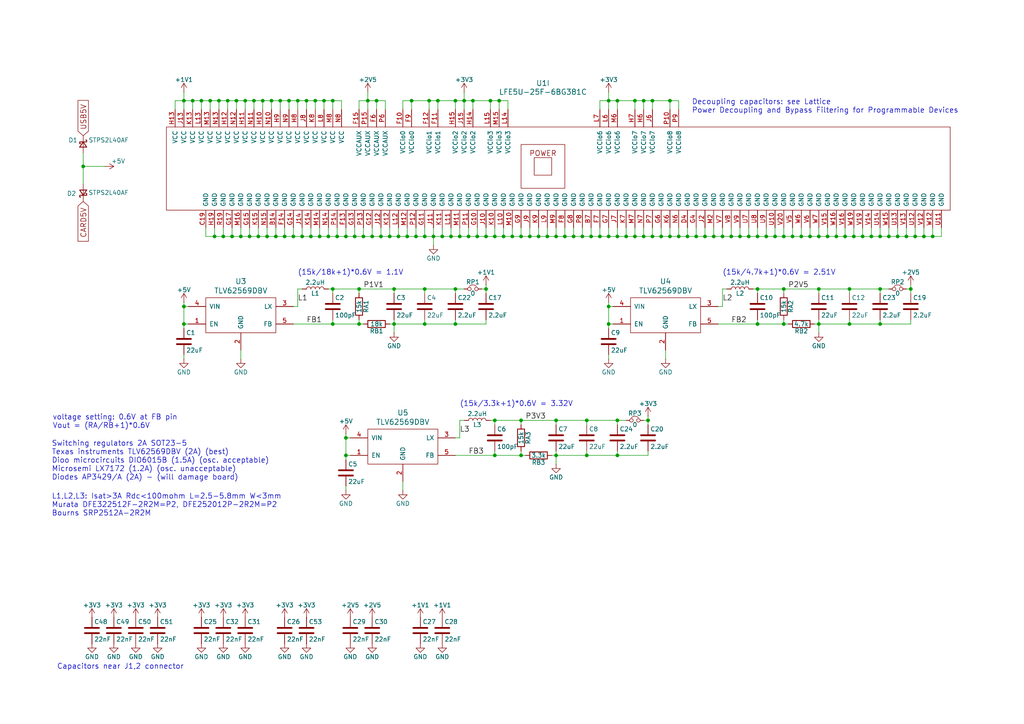
<source format=kicad_sch>
(kicad_sch (version 20250114) (generator "eeschema") (generator_version "9.0")
  (paper "A4")
  (title_block (title "Power Supply - 5V Input, 1.1V/2.5V/3.3V Rails") (date "2025-11-30") (rev "1.0.0") (comment 1 "filtering.") (comment 2 "(I/O). Decoupling capacitors for all FPGA power pins. Ferrite beads on each rail for noise") (comment 3 "Three TLV62569 buck converters generating 1.1V (FPGA core), 2.5V (FPGA aux), and 3.3V") (comment 4 "Power Dual 5V input (USB and Apple II card slot) through Schottky diode OR. "))
  (text "Switching regulators 2A SOT23-5\nTexas instruments TLV62569DBV (2A) (best)\nDioo microcircuits DIO6015B (1.5A) (osc. acceptable)\nMicrosemi LX7172 (1.2A) (osc. unacceptable)\nDiodes AP3429/A (2A) - (will damage board)\n" (at 14.986 139.446 0) (effects (font (size 1.524 1.524)) (justify left bottom)))
  (text "(15k/18k+1)*0.6V = 1.1V\n" (at 86.36 80.01 0) (effects (font (size 1.524 1.524)) (justify left bottom)))
  (text "L1,L2,L3: Isat>3A Rdc<100mohm L=2.5-5.8mm W<3mm\nMurata DFE322512F-2R2M=P2, DFE252012P-2R2M=P2\nBourns SRP2512A-2R2M" (at 14.986 149.86 0) (effects (font (size 1.524 1.524)) (justify left bottom)))
  (text "(15k/4.7k+1)*0.6V = 2.51V\n" (at 209.55 80.01 0) (effects (font (size 1.524 1.524)) (justify left bottom)))
  (text "(15k/3.3k+1)*0.6V = 3.32V\n" (at 133.35 118.11 0) (effects (font (size 1.524 1.524)) (justify left bottom)))
  (text "Capacitors near J1,2 connector" (at 16.51 194.31 0) (effects (font (size 1.524 1.524)) (justify left bottom)))
  (text "Decoupling capacitors: see Lattice\nPower Decoupling and Bypass Filtering for Programmable Devices" (at 200.66 33.02 0) (effects (font (size 1.524 1.524)) (justify left bottom)))
  (text "voltage setting: 0.6V at FB pin\nVout = (RA/RB+1)*0.6V\n" (at 15.24 124.46 0) (effects (font (size 1.524 1.524)) (justify left bottom)))
  (junction (at 24.13 48.26))
  (junction (at 62.23 68.58))
  (junction (at 176.53 93.98))
  (junction (at 96.52 29.21))
  (junction (at 123.19 68.58))
  (junction (at 82.55 68.58))
  (junction (at 245.11 68.58))
  (junction (at 143.51 132.08))
  (junction (at 163.83 68.58))
  (junction (at 219.71 83.82))
  (junction (at 125.73 68.58))
  (junction (at 93.98 29.21))
  (junction (at 151.13 132.08))
  (junction (at 143.51 121.92))
  (junction (at 176.53 68.58))
  (junction (at 138.43 68.58))
  (junction (at 270.51 68.58))
  (junction (at 214.63 68.58))
  (junction (at 105.41 68.58))
  (junction (at 242.57 68.58))
  (junction (at 143.51 68.58))
  (junction (at 140.97 83.82))
  (junction (at 161.29 68.58))
  (junction (at 184.15 29.21))
  (junction (at 132.08 29.21))
  (junction (at 186.69 68.58))
  (junction (at 257.81 68.58))
  (junction (at 142.24 29.21))
  (junction (at 120.65 68.58))
  (junction (at 191.77 68.58))
  (junction (at 100.33 68.58))
  (junction (at 186.69 29.21))
  (junction (at 107.95 68.58))
  (junction (at 176.53 88.9))
  (junction (at 114.3 83.82))
  (junction (at 161.29 132.08))
  (junction (at 104.14 93.98))
  (junction (at 88.9 29.21))
  (junction (at 113.03 68.58))
  (junction (at 262.89 68.58))
  (junction (at 255.27 93.98))
  (junction (at 237.49 83.82))
  (junction (at 132.08 83.82))
  (junction (at 53.34 93.98))
  (junction (at 219.71 68.58))
  (junction (at 179.07 132.08))
  (junction (at 81.28 29.21))
  (junction (at 179.07 121.92))
  (junction (at 148.59 68.58))
  (junction (at 217.17 68.58))
  (junction (at 123.19 83.82))
  (junction (at 161.29 121.92))
  (junction (at 247.65 68.58))
  (junction (at 196.85 68.58))
  (junction (at 134.62 29.21))
  (junction (at 151.13 68.58))
  (junction (at 110.49 68.58))
  (junction (at 64.77 68.58))
  (junction (at 83.82 29.21))
  (junction (at 156.21 68.58))
  (junction (at 255.27 68.58))
  (junction (at 96.52 93.98))
  (junction (at 199.39 68.58))
  (junction (at 176.53 29.21))
  (junction (at 194.31 68.58))
  (junction (at 68.58 29.21))
  (junction (at 207.01 68.58))
  (junction (at 194.31 29.21))
  (junction (at 114.3 93.98))
  (junction (at 153.67 68.58))
  (junction (at 168.91 68.58))
  (junction (at 124.46 29.21))
  (junction (at 170.18 132.08))
  (junction (at 66.04 29.21))
  (junction (at 60.96 29.21))
  (junction (at 73.66 29.21))
  (junction (at 128.27 68.58))
  (junction (at 77.47 68.58))
  (junction (at 80.01 68.58))
  (junction (at 173.99 68.58))
  (junction (at 95.25 68.58))
  (junction (at 187.96 121.92))
  (junction (at 91.44 29.21))
  (junction (at 69.85 68.58))
  (junction (at 119.38 29.21))
  (junction (at 237.49 93.98))
  (junction (at 181.61 68.58))
  (junction (at 227.33 68.58))
  (junction (at 53.34 88.9))
  (junction (at 179.07 68.58))
  (junction (at 227.33 83.82))
  (junction (at 109.22 29.21))
  (junction (at 74.93 68.58))
  (junction (at 106.68 29.21))
  (junction (at 137.16 29.21))
  (junction (at 118.11 68.58))
  (junction (at 264.16 83.82))
  (junction (at 219.71 93.98))
  (junction (at 132.08 93.98))
  (junction (at 130.81 68.58))
  (junction (at 127 29.21))
  (junction (at 229.87 68.58))
  (junction (at 170.18 121.92))
  (junction (at 171.45 68.58))
  (junction (at 227.33 93.98))
  (junction (at 135.89 68.58))
  (junction (at 237.49 68.58))
  (junction (at 234.95 68.58))
  (junction (at 97.79 68.58))
  (junction (at 115.57 68.58))
  (junction (at 224.79 68.58))
  (junction (at 78.74 29.21))
  (junction (at 55.88 29.21))
  (junction (at 140.97 68.58))
  (junction (at 53.34 29.21))
  (junction (at 100.33 127))
  (junction (at 240.03 68.58))
  (junction (at 232.41 68.58))
  (junction (at 144.78 29.21))
  (junction (at 72.39 68.58))
  (junction (at 100.33 132.08))
  (junction (at 166.37 68.58))
  (junction (at 96.52 83.82))
  (junction (at 246.38 93.98))
  (junction (at 212.09 68.58))
  (junction (at 252.73 68.58))
  (junction (at 87.63 68.58))
  (junction (at 201.93 68.58))
  (junction (at 255.27 83.82))
  (junction (at 58.42 29.21))
  (junction (at 267.97 68.58))
  (junction (at 102.87 68.58))
  (junction (at 133.35 68.58))
  (junction (at 184.15 68.58))
  (junction (at 63.5 29.21))
  (junction (at 86.36 29.21))
  (junction (at 158.75 68.58))
  (junction (at 265.43 68.58))
  (junction (at 123.19 93.98))
  (junction (at 76.2 29.21))
  (junction (at 146.05 68.58))
  (junction (at 222.25 68.58))
  (junction (at 85.09 68.58))
  (junction (at 151.13 121.92))
  (junction (at 67.31 68.58))
  (junction (at 92.71 68.58))
  (junction (at 209.55 68.58))
  (junction (at 189.23 29.21))
  (junction (at 90.17 68.58))
  (junction (at 189.23 68.58))
  (junction (at 250.19 68.58))
  (junction (at 260.35 68.58))
  (junction (at 104.14 83.82))
  (junction (at 71.12 29.21))
  (junction (at 204.47 68.58))
  (junction (at 246.38 83.82))
  (junction (at 179.07 29.21))
  (wire (pts (xy 55.88 29.21) (xy 58.42 29.21)))
  (wire (pts (xy 201.93 66.04) (xy 201.93 68.58)))
  (wire (pts (xy 227.33 83.82) (xy 237.49 83.82)))
  (wire (pts (xy 86.36 29.21) (xy 88.9 29.21)))
  (wire (pts (xy 151.13 132.08) (xy 151.13 130.81)))
  (wire (pts (xy 93.98 29.21) (xy 96.52 29.21)))
  (wire (pts (xy 109.22 29.21) (xy 111.76 29.21)))
  (wire (pts (xy 107.95 66.04) (xy 107.95 68.58)))
  (wire (pts (xy 72.39 66.04) (xy 72.39 68.58)))
  (wire (pts (xy 194.31 29.21) (xy 194.31 31.75)))
  (wire (pts (xy 189.23 29.21) (xy 189.23 31.75)))
  (wire (pts (xy 86.36 83.82) (xy 87.63 83.82)))
  (wire (pts (xy 273.05 68.58) (xy 273.05 66.04)))
  (wire (pts (xy 93.98 29.21) (xy 93.98 31.75)))
  (wire (pts (xy 76.2 29.21) (xy 78.74 29.21)))
  (wire (pts (xy 181.61 66.04) (xy 181.61 68.58)))
  (wire (pts (xy 59.69 68.58) (xy 62.23 68.58)))
  (wire (pts (xy 151.13 66.04) (xy 151.13 68.58)))
  (wire (pts (xy 161.29 130.81) (xy 161.29 132.08)))
  (wire (pts (xy 237.49 93.98) (xy 237.49 96.52)))
  (wire (pts (xy 209.55 88.9) (xy 208.28 88.9)))
  (wire (pts (xy 224.79 66.04) (xy 224.79 68.58)))
  (wire (pts (xy 63.5 29.21) (xy 63.5 31.75)))
  (wire (pts (xy 246.38 93.98) (xy 255.27 93.98)))
  (wire (pts (xy 104.14 93.98) (xy 104.14 92.71)))
  (wire (pts (xy 227.33 66.04) (xy 227.33 68.58)))
  (wire (pts (xy 100.33 127) (xy 100.33 132.08)))
  (wire (pts (xy 255.27 83.82) (xy 255.27 85.09)))
  (wire (pts (xy 143.51 68.58) (xy 146.05 68.58)))
  (wire (pts (xy 234.95 68.58) (xy 237.49 68.58)))
  (wire (pts (xy 132.08 93.98) (xy 140.97 93.98)))
  (wire (pts (xy 171.45 66.04) (xy 171.45 68.58)))
  (wire (pts (xy 237.49 66.04) (xy 237.49 68.58)))
  (wire (pts (xy 144.78 29.21) (xy 144.78 31.75)))
  (wire (pts (xy 81.28 29.21) (xy 83.82 29.21)))
  (wire (pts (xy 255.27 66.04) (xy 255.27 68.58)))
  (wire (pts (xy 163.83 68.58) (xy 166.37 68.58)))
  (wire (pts (xy 95.25 66.04) (xy 95.25 68.58)))
  (wire (pts (xy 76.2 29.21) (xy 76.2 31.75)))
  (wire (pts (xy 262.89 83.82) (xy 264.16 83.82)))
  (wire (pts (xy 189.23 66.04) (xy 189.23 68.58)))
  (wire (pts (xy 176.53 88.9) (xy 177.8 88.9)))
  (wire (pts (xy 156.21 66.04) (xy 156.21 68.58)))
  (wire (pts (xy 95.25 68.58) (xy 97.79 68.58)))
  (wire (pts (xy 99.06 29.21) (xy 99.06 31.75)))
  (wire (pts (xy 257.81 68.58) (xy 260.35 68.58)))
  (wire (pts (xy 60.96 29.21) (xy 63.5 29.21)))
  (wire (pts (xy 128.27 66.04) (xy 128.27 68.58)))
  (wire (pts (xy 224.79 68.58) (xy 227.33 68.58)))
  (wire (pts (xy 63.5 29.21) (xy 66.04 29.21)))
  (wire (pts (xy 257.81 66.04) (xy 257.81 68.58)))
  (wire (pts (xy 161.29 121.92) (xy 161.29 123.19)))
  (wire (pts (xy 134.62 26.67) (xy 134.62 29.21)))
  (wire (pts (xy 236.22 93.98) (xy 237.49 93.98)))
  (wire (pts (xy 53.34 102.87) (xy 53.34 104.14)))
  (wire (pts (xy 227.33 93.98) (xy 228.6 93.98)))
  (wire (pts (xy 118.11 66.04) (xy 118.11 68.58)))
  (wire (pts (xy 209.55 83.82) (xy 210.82 83.82)))
  (wire (pts (xy 73.66 29.21) (xy 76.2 29.21)))
  (wire (pts (xy 138.43 66.04) (xy 138.43 68.58)))
  (wire (pts (xy 201.93 68.58) (xy 204.47 68.58)))
  (wire (pts (xy 78.74 29.21) (xy 81.28 29.21)))
  (wire (pts (xy 72.39 68.58) (xy 74.93 68.58)))
  (wire (pts (xy 86.36 29.21) (xy 86.36 31.75)))
  (wire (pts (xy 97.79 66.04) (xy 97.79 68.58)))
  (wire (pts (xy 194.31 66.04) (xy 194.31 68.58)))
  (wire (pts (xy 237.49 83.82) (xy 237.49 85.09)))
  (wire (pts (xy 81.28 29.21) (xy 81.28 31.75)))
  (wire (pts (xy 127 29.21) (xy 127 31.75)))
  (wire (pts (xy 104.14 83.82) (xy 104.14 85.09)))
  (wire (pts (xy 143.51 130.81) (xy 143.51 132.08)))
  (wire (pts (xy 102.87 68.58) (xy 105.41 68.58)))
  (wire (pts (xy 120.65 66.04) (xy 120.65 68.58)))
  (wire (pts (xy 132.08 83.82) (xy 134.62 83.82)))
  (wire (pts (xy 91.44 29.21) (xy 93.98 29.21)))
  (wire (pts (xy 173.99 66.04) (xy 173.99 68.58)))
  (wire (pts (xy 80.01 68.58) (xy 82.55 68.58)))
  (wire (pts (xy 134.62 29.21) (xy 137.16 29.21)))
  (wire (pts (xy 151.13 68.58) (xy 153.67 68.58)))
  (wire (pts (xy 196.85 29.21) (xy 196.85 31.75)))
  (wire (pts (xy 143.51 66.04) (xy 143.51 68.58)))
  (wire (pts (xy 119.38 29.21) (xy 124.46 29.21)))
  (wire (pts (xy 95.25 83.82) (xy 96.52 83.82)))
  (wire (pts (xy 151.13 132.08) (xy 152.4 132.08)))
  (wire (pts (xy 219.71 85.09) (xy 219.71 83.82)))
  (wire (pts (xy 173.99 29.21) (xy 176.53 29.21)))
  (wire (pts (xy 96.52 93.98) (xy 104.14 93.98)))
  (wire (pts (xy 179.07 66.04) (xy 179.07 68.58)))
  (wire (pts (xy 208.28 93.98) (xy 219.71 93.98)))
  (wire (pts (xy 142.24 29.21) (xy 144.78 29.21)))
  (wire (pts (xy 124.46 29.21) (xy 127 29.21)))
  (wire (pts (xy 132.08 29.21) (xy 132.08 31.75)))
  (wire (pts (xy 219.71 66.04) (xy 219.71 68.58)))
  (wire (pts (xy 115.57 66.04) (xy 115.57 68.58)))
  (wire (pts (xy 153.67 68.58) (xy 156.21 68.58)))
  (wire (pts (xy 170.18 121.92) (xy 170.18 123.19)))
  (wire (pts (xy 53.34 29.21) (xy 53.34 31.75)))
  (wire (pts (xy 219.71 68.58) (xy 222.25 68.58)))
  (wire (pts (xy 106.68 29.21) (xy 109.22 29.21)))
  (wire (pts (xy 218.44 83.82) (xy 219.71 83.82)))
  (wire (pts (xy 113.03 66.04) (xy 113.03 68.58)))
  (wire (pts (xy 237.49 92.71) (xy 237.49 93.98)))
  (wire (pts (xy 173.99 29.21) (xy 173.99 31.75)))
  (wire (pts (xy 186.69 121.92) (xy 187.96 121.92)))
  (wire (pts (xy 24.13 48.26) (xy 24.13 53.34)))
  (wire (pts (xy 151.13 121.92) (xy 161.29 121.92)))
  (wire (pts (xy 50.8 29.21) (xy 50.8 31.75)))
  (wire (pts (xy 64.77 68.58) (xy 67.31 68.58)))
  (wire (pts (xy 168.91 68.58) (xy 171.45 68.58)))
  (wire (pts (xy 87.63 66.04) (xy 87.63 68.58)))
  (wire (pts (xy 137.16 29.21) (xy 142.24 29.21)))
  (wire (pts (xy 71.12 29.21) (xy 71.12 31.75)))
  (wire (pts (xy 179.07 132.08) (xy 187.96 132.08)))
  (wire (pts (xy 77.47 68.58) (xy 80.01 68.58)))
  (wire (pts (xy 161.29 66.04) (xy 161.29 68.58)))
  (wire (pts (xy 207.01 66.04) (xy 207.01 68.58)))
  (wire (pts (xy 240.03 68.58) (xy 242.57 68.58)))
  (wire (pts (xy 264.16 93.98) (xy 264.16 92.71)))
  (wire (pts (xy 227.33 83.82) (xy 227.33 85.09)))
  (wire (pts (xy 179.07 68.58) (xy 181.61 68.58)))
  (wire (pts (xy 186.69 66.04) (xy 186.69 68.58)))
  (wire (pts (xy 105.41 68.58) (xy 107.95 68.58)))
  (wire (pts (xy 242.57 66.04) (xy 242.57 68.58)))
  (wire (pts (xy 104.14 93.98) (xy 105.41 93.98)))
  (wire (pts (xy 194.31 29.21) (xy 196.85 29.21)))
  (wire (pts (xy 83.82 29.21) (xy 86.36 29.21)))
  (wire (pts (xy 232.41 68.58) (xy 234.95 68.58)))
  (wire (pts (xy 264.16 83.82) (xy 264.16 85.09)))
  (wire (pts (xy 96.52 29.21) (xy 99.06 29.21)))
  (wire (pts (xy 104.14 31.75) (xy 104.14 29.21)))
  (wire (pts (xy 161.29 132.08) (xy 161.29 134.62)))
  (wire (pts (xy 229.87 66.04) (xy 229.87 68.58)))
  (wire (pts (xy 132.08 132.08) (xy 143.51 132.08)))
  (wire (pts (xy 222.25 68.58) (xy 224.79 68.58)))
  (wire (pts (xy 53.34 26.67) (xy 53.34 29.21)))
  (wire (pts (xy 123.19 93.98) (xy 132.08 93.98)))
  (wire (pts (xy 209.55 68.58) (xy 212.09 68.58)))
  (wire (pts (xy 115.57 68.58) (xy 118.11 68.58)))
  (wire (pts (xy 123.19 83.82) (xy 123.19 85.09)))
  (wire (pts (xy 58.42 29.21) (xy 58.42 31.75)))
  (wire (pts (xy 196.85 66.04) (xy 196.85 68.58)))
  (wire (pts (xy 161.29 121.92) (xy 170.18 121.92)))
  (wire (pts (xy 267.97 66.04) (xy 267.97 68.58)))
  (wire (pts (xy 143.51 123.19) (xy 143.51 121.92)))
  (wire (pts (xy 53.34 87.63) (xy 53.34 88.9)))
  (wire (pts (xy 234.95 66.04) (xy 234.95 68.58)))
  (wire (pts (xy 187.96 121.92) (xy 187.96 123.19)))
  (wire (pts (xy 100.33 140.97) (xy 100.33 142.24)))
  (wire (pts (xy 119.38 29.21) (xy 119.38 31.75)))
  (wire (pts (xy 100.33 132.08) (xy 101.6 132.08)))
  (wire (pts (xy 204.47 66.04) (xy 204.47 68.58)))
  (wire (pts (xy 114.3 92.71) (xy 114.3 93.98)))
  (wire (pts (xy 104.14 83.82) (xy 114.3 83.82)))
  (wire (pts (xy 176.53 66.04) (xy 176.53 68.58)))
  (wire (pts (xy 207.01 68.58) (xy 209.55 68.58)))
  (wire (pts (xy 212.09 66.04) (xy 212.09 68.58)))
  (wire (pts (xy 113.03 93.98) (xy 114.3 93.98)))
  (wire (pts (xy 214.63 68.58) (xy 217.17 68.58)))
  (wire (pts (xy 110.49 66.04) (xy 110.49 68.58)))
  (wire (pts (xy 240.03 66.04) (xy 240.03 68.58)))
  (wire (pts (xy 85.09 66.04) (xy 85.09 68.58)))
  (wire (pts (xy 116.84 29.21) (xy 116.84 31.75)))
  (wire (pts (xy 80.01 66.04) (xy 80.01 68.58)))
  (wire (pts (xy 187.96 120.65) (xy 187.96 121.92)))
  (wire (pts (xy 176.53 68.58) (xy 179.07 68.58)))
  (wire (pts (xy 125.73 66.04) (xy 125.73 68.58)))
  (wire (pts (xy 123.19 66.04) (xy 123.19 68.58)))
  (wire (pts (xy 173.99 68.58) (xy 176.53 68.58)))
  (wire (pts (xy 170.18 132.08) (xy 170.18 130.81)))
  (wire (pts (xy 97.79 68.58) (xy 100.33 68.58)))
  (wire (pts (xy 252.73 68.58) (xy 255.27 68.58)))
  (wire (pts (xy 114.3 93.98) (xy 123.19 93.98)))
  (wire (pts (xy 67.31 68.58) (xy 69.85 68.58)))
  (wire (pts (xy 62.23 66.04) (xy 62.23 68.58)))
  (wire (pts (xy 128.27 68.58) (xy 130.81 68.58)))
  (wire (pts (xy 85.09 68.58) (xy 87.63 68.58)))
  (wire (pts (xy 120.65 68.58) (xy 123.19 68.58)))
  (wire (pts (xy 186.69 29.21) (xy 186.69 31.75)))
  (wire (pts (xy 110.49 68.58) (xy 113.03 68.58)))
  (wire (pts (xy 82.55 68.58) (xy 85.09 68.58)))
  (wire (pts (xy 179.07 29.21) (xy 184.15 29.21)))
  (wire (pts (xy 92.71 68.58) (xy 95.25 68.58)))
  (wire (pts (xy 64.77 66.04) (xy 64.77 68.58)))
  (wire (pts (xy 267.97 68.58) (xy 270.51 68.58)))
  (wire (pts (xy 132.08 29.21) (xy 134.62 29.21)))
  (wire (pts (xy 171.45 68.58) (xy 173.99 68.58)))
  (wire (pts (xy 250.19 68.58) (xy 252.73 68.58)))
  (wire (pts (xy 222.25 66.04) (xy 222.25 68.58)))
  (wire (pts (xy 176.53 29.21) (xy 179.07 29.21)))
  (wire (pts (xy 237.49 68.58) (xy 240.03 68.58)))
  (wire (pts (xy 187.96 132.08) (xy 187.96 130.81)))
  (wire (pts (xy 219.71 83.82) (xy 227.33 83.82)))
  (wire (pts (xy 87.63 68.58) (xy 90.17 68.58)))
  (wire (pts (xy 106.68 29.21) (xy 106.68 31.75)))
  (wire (pts (xy 132.08 83.82) (xy 132.08 85.09)))
  (wire (pts (xy 176.53 93.98) (xy 177.8 93.98)))
  (wire (pts (xy 168.91 66.04) (xy 168.91 68.58)))
  (wire (pts (xy 229.87 68.58) (xy 232.41 68.58)))
  (wire (pts (xy 260.35 68.58) (xy 262.89 68.58)))
  (wire (pts (xy 184.15 29.21) (xy 184.15 31.75)))
  (wire (pts (xy 100.33 132.08) (xy 100.33 133.35)))
  (wire (pts (xy 123.19 93.98) (xy 123.19 92.71)))
  (wire (pts (xy 246.38 83.82) (xy 255.27 83.82)))
  (wire (pts (xy 179.07 121.92) (xy 181.61 121.92)))
  (wire (pts (xy 96.52 29.21) (xy 96.52 31.75)))
  (wire (pts (xy 219.71 93.98) (xy 227.33 93.98)))
  (wire (pts (xy 66.04 29.21) (xy 66.04 31.75)))
  (wire (pts (xy 270.51 66.04) (xy 270.51 68.58)))
  (wire (pts (xy 53.34 29.21) (xy 55.88 29.21)))
  (wire (pts (xy 107.95 68.58) (xy 110.49 68.58)))
  (wire (pts (xy 90.17 68.58) (xy 92.71 68.58)))
  (wire (pts (xy 68.58 29.21) (xy 68.58 31.75)))
  (wire (pts (xy 194.31 68.58) (xy 196.85 68.58)))
  (wire (pts (xy 217.17 68.58) (xy 219.71 68.58)))
  (wire (pts (xy 133.35 127) (xy 132.08 127)))
  (wire (pts (xy 125.73 68.58) (xy 125.73 71.12)))
  (wire (pts (xy 147.32 29.21) (xy 147.32 31.75)))
  (wire (pts (xy 58.42 29.21) (xy 60.96 29.21)))
  (wire (pts (xy 179.07 132.08) (xy 179.07 130.81)))
  (wire (pts (xy 189.23 68.58) (xy 191.77 68.58)))
  (wire (pts (xy 242.57 68.58) (xy 245.11 68.58)))
  (wire (pts (xy 134.62 29.21) (xy 134.62 31.75)))
  (wire (pts (xy 227.33 93.98) (xy 227.33 92.71)))
  (wire (pts (xy 114.3 83.82) (xy 114.3 85.09)))
  (wire (pts (xy 127 29.21) (xy 132.08 29.21)))
  (wire (pts (xy 265.43 68.58) (xy 267.97 68.58)))
  (wire (pts (xy 246.38 83.82) (xy 246.38 85.09)))
  (wire (pts (xy 247.65 68.58) (xy 250.19 68.58)))
  (wire (pts (xy 153.67 66.04) (xy 153.67 68.58)))
  (wire (pts (xy 270.51 68.58) (xy 273.05 68.58)))
  (wire (pts (xy 262.89 68.58) (xy 265.43 68.58)))
  (wire (pts (xy 151.13 121.92) (xy 151.13 123.19)))
  (wire (pts (xy 143.51 121.92) (xy 151.13 121.92)))
  (wire (pts (xy 140.97 66.04) (xy 140.97 68.58)))
  (wire (pts (xy 24.13 44.45) (xy 24.13 48.26)))
  (wire (pts (xy 186.69 68.58) (xy 189.23 68.58)))
  (wire (pts (xy 55.88 29.21) (xy 55.88 31.75)))
  (wire (pts (xy 146.05 66.04) (xy 146.05 68.58)))
  (wire (pts (xy 245.11 68.58) (xy 247.65 68.58)))
  (wire (pts (xy 60.96 29.21) (xy 60.96 31.75)))
  (wire (pts (xy 85.09 93.98) (xy 96.52 93.98)))
  (wire (pts (xy 88.9 29.21) (xy 88.9 31.75)))
  (wire (pts (xy 69.85 101.6) (xy 69.85 104.14)))
  (wire (pts (xy 111.76 29.21) (xy 111.76 31.75)))
  (wire (pts (xy 86.36 83.82) (xy 86.36 88.9)))
  (wire (pts (xy 69.85 68.58) (xy 72.39 68.58)))
  (wire (pts (xy 260.35 66.04) (xy 260.35 68.58)))
  (wire (pts (xy 59.69 66.04) (xy 59.69 68.58)))
  (wire (pts (xy 148.59 66.04) (xy 148.59 68.58)))
  (wire (pts (xy 137.16 29.21) (xy 137.16 31.75)))
  (wire (pts (xy 114.3 83.82) (xy 123.19 83.82)))
  (wire (pts (xy 262.89 66.04) (xy 262.89 68.58)))
  (wire (pts (xy 123.19 83.82) (xy 132.08 83.82)))
  (wire (pts (xy 176.53 87.63) (xy 176.53 88.9)))
  (wire (pts (xy 143.51 132.08) (xy 151.13 132.08)))
  (wire (pts (xy 109.22 29.21) (xy 109.22 31.75)))
  (wire (pts (xy 116.84 29.21) (xy 119.38 29.21)))
  (wire (pts (xy 184.15 68.58) (xy 186.69 68.58)))
  (wire (pts (xy 91.44 29.21) (xy 91.44 31.75)))
  (wire (pts (xy 140.97 93.98) (xy 140.97 92.71)))
  (wire (pts (xy 265.43 66.04) (xy 265.43 68.58)))
  (wire (pts (xy 100.33 125.73) (xy 100.33 127)))
  (wire (pts (xy 66.04 29.21) (xy 68.58 29.21)))
  (wire (pts (xy 138.43 68.58) (xy 140.97 68.58)))
  (wire (pts (xy 237.49 83.82) (xy 246.38 83.82)))
  (wire (pts (xy 135.89 66.04) (xy 135.89 68.58)))
  (wire (pts (xy 96.52 83.82) (xy 104.14 83.82)))
  (wire (pts (xy 100.33 127) (xy 101.6 127)))
  (wire (pts (xy 176.53 29.21) (xy 176.53 31.75)))
  (wire (pts (xy 255.27 93.98) (xy 255.27 92.71)))
  (wire (pts (xy 86.36 88.9) (xy 85.09 88.9)))
  (wire (pts (xy 156.21 68.58) (xy 158.75 68.58)))
  (wire (pts (xy 189.23 29.21) (xy 194.31 29.21)))
  (wire (pts (xy 255.27 83.82) (xy 257.81 83.82)))
  (wire (pts (xy 252.73 66.04) (xy 252.73 68.58)))
  (wire (pts (xy 53.34 88.9) (xy 53.34 93.98)))
  (wire (pts (xy 191.77 68.58) (xy 194.31 68.58)))
  (wire (pts (xy 184.15 66.04) (xy 184.15 68.58)))
  (wire (pts (xy 142.24 29.21) (xy 142.24 31.75)))
  (wire (pts (xy 130.81 68.58) (xy 133.35 68.58)))
  (wire (pts (xy 166.37 66.04) (xy 166.37 68.58)))
  (wire (pts (xy 176.53 102.87) (xy 176.53 104.14)))
  (wire (pts (xy 184.15 29.21) (xy 186.69 29.21)))
  (wire (pts (xy 83.82 29.21) (xy 83.82 31.75)))
  (wire (pts (xy 74.93 66.04) (xy 74.93 68.58)))
  (wire (pts (xy 255.27 93.98) (xy 264.16 93.98)))
  (wire (pts (xy 250.19 66.04) (xy 250.19 68.58)))
  (wire (pts (xy 179.07 29.21) (xy 179.07 31.75)))
  (wire (pts (xy 133.35 68.58) (xy 135.89 68.58)))
  (wire (pts (xy 199.39 66.04) (xy 199.39 68.58)))
  (wire (pts (xy 96.52 92.71) (xy 96.52 93.98)))
  (wire (pts (xy 158.75 68.58) (xy 161.29 68.58)))
  (wire (pts (xy 214.63 66.04) (xy 214.63 68.58)))
  (wire (pts (xy 96.52 85.09) (xy 96.52 83.82)))
  (wire (pts (xy 133.35 66.04) (xy 133.35 68.58)))
  (wire (pts (xy 53.34 93.98) (xy 54.61 93.98)))
  (wire (pts (xy 212.09 68.58) (xy 214.63 68.58)))
  (wire (pts (xy 69.85 66.04) (xy 69.85 68.58)))
  (wire (pts (xy 123.19 68.58) (xy 125.73 68.58)))
  (wire (pts (xy 140.97 68.58) (xy 143.51 68.58)))
  (wire (pts (xy 114.3 93.98) (xy 114.3 96.52)))
  (wire (pts (xy 227.33 68.58) (xy 229.87 68.58)))
  (wire (pts (xy 104.14 29.21) (xy 106.68 29.21)))
  (wire (pts (xy 199.39 68.58) (xy 201.93 68.58)))
  (wire (pts (xy 62.23 68.58) (xy 64.77 68.58)))
  (wire (pts (xy 100.33 66.04) (xy 100.33 68.58)))
  (wire (pts (xy 92.71 66.04) (xy 92.71 68.58)))
  (wire (pts (xy 161.29 68.58) (xy 163.83 68.58)))
  (wire (pts (xy 142.24 121.92) (xy 143.51 121.92)))
  (wire (pts (xy 193.04 101.6) (xy 193.04 104.14)))
  (wire (pts (xy 264.16 82.55) (xy 264.16 83.82)))
  (wire (pts (xy 246.38 93.98) (xy 246.38 92.71)))
  (wire (pts (xy 78.74 29.21) (xy 78.74 31.75)))
  (wire (pts (xy 148.59 68.58) (xy 151.13 68.58)))
  (wire (pts (xy 68.58 29.21) (xy 71.12 29.21)))
  (wire (pts (xy 144.78 29.21) (xy 147.32 29.21)))
  (wire (pts (xy 24.13 48.26) (xy 30.48 48.26)))
  (wire (pts (xy 74.93 68.58) (xy 77.47 68.58)))
  (wire (pts (xy 116.84 139.7) (xy 116.84 142.24)))
  (wire (pts (xy 82.55 66.04) (xy 82.55 68.58)))
  (wire (pts (xy 130.81 66.04) (xy 130.81 68.58)))
  (wire (pts (xy 217.17 66.04) (xy 217.17 68.58)))
  (wire (pts (xy 102.87 66.04) (xy 102.87 68.58)))
  (wire (pts (xy 105.41 66.04) (xy 105.41 68.58)))
  (wire (pts (xy 106.68 26.67) (xy 106.68 29.21)))
  (wire (pts (xy 163.83 66.04) (xy 163.83 68.58)))
  (wire (pts (xy 133.35 121.92) (xy 134.62 121.92)))
  (wire (pts (xy 170.18 132.08) (xy 179.07 132.08)))
  (wire (pts (xy 209.55 83.82) (xy 209.55 88.9)))
  (wire (pts (xy 176.53 93.98) (xy 176.53 95.25)))
  (wire (pts (xy 161.29 132.08) (xy 170.18 132.08)))
  (wire (pts (xy 245.11 66.04) (xy 245.11 68.58)))
  (wire (pts (xy 100.33 68.58) (xy 102.87 68.58)))
  (wire (pts (xy 88.9 29.21) (xy 91.44 29.21)))
  (wire (pts (xy 53.34 93.98) (xy 53.34 95.25)))
  (wire (pts (xy 247.65 66.04) (xy 247.65 68.58)))
  (wire (pts (xy 179.07 121.92) (xy 179.07 123.19)))
  (wire (pts (xy 209.55 66.04) (xy 209.55 68.58)))
  (wire (pts (xy 186.69 29.21) (xy 189.23 29.21)))
  (wire (pts (xy 139.7 83.82) (xy 140.97 83.82)))
  (wire (pts (xy 160.02 132.08) (xy 161.29 132.08)))
  (wire (pts (xy 71.12 29.21) (xy 73.66 29.21)))
  (wire (pts (xy 118.11 68.58) (xy 120.65 68.58)))
  (wire (pts (xy 132.08 93.98) (xy 132.08 92.71)))
  (wire (pts (xy 170.18 121.92) (xy 179.07 121.92)))
  (wire (pts (xy 196.85 68.58) (xy 199.39 68.58)))
  (wire (pts (xy 191.77 66.04) (xy 191.77 68.58)))
  (wire (pts (xy 158.75 66.04) (xy 158.75 68.58)))
  (wire (pts (xy 140.97 82.55) (xy 140.97 83.82)))
  (wire (pts (xy 219.71 92.71) (xy 219.71 93.98)))
  (wire (pts (xy 181.61 68.58) (xy 184.15 68.58)))
  (wire (pts (xy 204.47 68.58) (xy 207.01 68.58)))
  (wire (pts (xy 125.73 68.58) (xy 128.27 68.58)))
  (wire (pts (xy 77.47 66.04) (xy 77.47 68.58)))
  (wire (pts (xy 176.53 88.9) (xy 176.53 93.98)))
  (wire (pts (xy 232.41 66.04) (xy 232.41 68.58)))
  (wire (pts (xy 255.27 68.58) (xy 257.81 68.58)))
  (wire (pts (xy 146.05 68.58) (xy 148.59 68.58)))
  (wire (pts (xy 67.31 66.04) (xy 67.31 68.58)))
  (wire (pts (xy 50.8 29.21) (xy 53.34 29.21)))
  (wire (pts (xy 135.89 68.58) (xy 138.43 68.58)))
  (wire (pts (xy 113.03 68.58) (xy 115.57 68.58)))
  (wire (pts (xy 237.49 93.98) (xy 246.38 93.98)))
  (wire (pts (xy 140.97 83.82) (xy 140.97 85.09)))
  (wire (pts (xy 124.46 29.21) (xy 124.46 31.75)))
  (wire (pts (xy 133.35 121.92) (xy 133.35 127)))
  (wire (pts (xy 176.53 26.67) (xy 176.53 29.21)))
  (wire (pts (xy 73.66 29.21) (xy 73.66 31.75)))
  (wire (pts (xy 90.17 66.04) (xy 90.17 68.58)))
  (wire (pts (xy 166.37 68.58) (xy 168.91 68.58)))
  (wire (pts (xy 53.34 88.9) (xy 54.61 88.9)))
  (label "P2V5" (at 228.6 83.82 0) (effects (font (size 1.524 1.524))))
  (label "FB3" (at 135.89 132.08 0) (effects (font (size 1.524 1.524))))
  (label "P1V1" (at 105.41 83.82 0) (effects (font (size 1.524 1.524))))
  (label "L1" (at 86.36 87.63 0) (effects (font (size 1.524 1.524))))
  (label "FB1" (at 88.9 93.98 0) (effects (font (size 1.524 1.524))))
  (label "L2" (at 209.55 87.63 0) (effects (font (size 1.524 1.524))))
  (label "FB2" (at 212.09 93.98 0) (effects (font (size 1.524 1.524))))
  (label "L3" (at 133.35 125.73 0) (effects (font (size 1.524 1.524))))
  (label "P3V3" (at 152.4 121.92 0) (effects (font (size 1.524 1.524))))
  (global_label "CARD5V" (shape input) (at 24.13 58.42 270) (effects (font (size 1.524 1.524))) (property "Intersheetrefs" "${INTERSHEET_REFS}" (effects (hide yes))))
  (global_label "USB5V" (shape input) (at 24.13 39.37 90) (effects (font (size 1.524 1.524))) (property "Intersheetrefs" "${INTERSHEET_REFS}" (effects (hide yes))))
  (symbol (lib_id "power:GND") (at 125.73 71.12 0) (unit 1)
    (property "Reference" "#PWR045" (effects (hide yes)))
    (property "Value" "GND" (at 125.73 74.93 0))
  )
  (symbol (lib_id "power:GND") (at 69.85 104.14 0) (unit 1)
    (property "Reference" "#PWR072" (effects (hide yes)))
    (property "Value" "GND" (at 69.85 107.95 0))
  )
  (symbol (lib_id "power:+5V") (at 53.34 87.63 0) (unit 1)
    (property "Reference" "#PWR065" (effects (hide yes)))
    (property "Value" "+5V" (at 53.34 84.074 0))
  )
  (symbol (lib_id "power:GND") (at 53.34 104.14 0) (unit 1)
    (property "Reference" "#PWR066" (effects (hide yes)))
    (property "Value" "GND" (at 53.34 107.95 0))
  )
  (symbol (lib_id "Device:C") (at 53.34 99.06 0) (unit 1)
    (property "Reference" "C1" (at 53.975 96.52 0) (effects (justify left)))
    (property "Value" "22uF" (at 53.975 101.6 0) (effects (justify left)))
    (property "Footprint" "Capacitor_SMD:C_0805_2012Metric" (effects (hide yes)))
    (property "MPN" "CC0805ZKY5V5BB226 " (effects (hide yes)))
    (property "Mouser" "81-GRM21BR61A226ME1L" (effects (hide yes)))
    (property "Mouse_r2" "81-GRM21BR61A226ME1K" (effects (hide yes)))
    (property "Mouse_r3" "81-GRM219R61C226ME5L" (effects (hide yes)))
    (property "Mouse_r4" "81-GRM188C60J226ME0J" (effects (hide yes)))
    (property "Mouse_r5" "963-LMK212BBJ226MG-T" (effects (hide yes)))
    (property "Digikey" "1276-2413-1-ND" (effects (hide yes)))
    (property "Digike_y2" "1276-2412-1-ND" (effects (hide yes)))
    (property "Newark" "08P5169" (effects (hide yes)))
    (property "LCSC" "C29277" (effects (hide yes)))
    (property "Koncar" "FC004" (effects (hide yes)))
  )
  (symbol (lib_id "Device:C") (at 96.52 88.9 0) (unit 1)
    (property "Reference" "C2" (at 97.155 86.36 0) (effects (justify left)))
    (property "Value" "100pF" (at 97.155 91.44 0) (effects (justify left)))
    (property "Footprint" "Capacitor_SMD:C_0603_1608Metric" (effects (hide yes)))
    (property "MNF1_URL" "www.yageo.com" (effects (hide yes)))
    (property "MPN" "CS0603KRX7R9BB471" (effects (hide yes)))
    (property "Mouser" "581-06035A101JAT4A" (effects (hide yes)))
    (property "Mouse_r1" "710-885012206081" (effects (hide yes)))
    (property "Mouse_r2" "603-CS0603KRX79BB471" (effects (hide yes)))
    (property "Mouse_r3" "603-CC603JRNPO9BN101" (effects (hide yes)))
    (property "Mouse_r4" "603-CC603KRX7R9BB471 " (effects (hide yes)))
    (property "Digikey" "311-4078-1-ND" (effects (hide yes)))
    (property "Digike_y2" "399-9086-1-ND" (effects (hide yes)))
    (property "Newark" "38K9273" (effects (hide yes)))
    (property "LCSC" "C14665" (effects (hide yes)))
    (property "LCS_C2" "C22396" (effects (hide yes)))
    (property "Koncar" "FC006" (effects (hide yes)))
  )
  (symbol (lib_id "Device:R") (at 104.14 88.9 0) (unit 1)
    (property "Reference" "RA1" (at 106.172 88.9 90))
    (property "Value" "15k" (at 104.14 88.9 90))
    (property "Footprint" "Resistor_SMD:R_0603_1608Metric" (effects (hide yes)))
    (property "MNF1_URL" "www.yageo.com" (effects (hide yes)))
    (property "MPN" "RC0603FR-1015KL" (effects (hide yes)))
  )
  (symbol (lib_id "Device:R") (at 109.22 93.98 270) (unit 1)
    (property "Reference" "RB1" (at 109.22 96.012 90))
    (property "Value" "18k" (at 109.22 93.98 90))
    (property "Footprint" "Resistor_SMD:R_0603_1608Metric" (effects (hide yes)))
    (property "MNF1_URL" "www.yageo.com" (effects (hide yes)))
    (property "MPN" "RC0603FR-1018KL" (effects (hide yes)))
    (property "Mouser" "71-CRCW060318K0FKEAC" (effects (hide yes)))
    (property "Digikey" " 311-18.0KHRCT-ND" (effects (hide yes)))
    (property "Newark" "94X1474" (effects (hide yes)))
    (property "LCSC" "C425614" (effects (hide yes)))
    (property "Koncar" "FR006" (effects (hide yes)))
  )
  (symbol (lib_id "power:GND") (at 114.3 96.52 0) (unit 1)
    (property "Reference" "#PWR075" (effects (hide yes)))
    (property "Value" "GND" (at 114.3 100.33 0))
  )
  (symbol (lib_id "Device:C") (at 114.3 88.9 0) (unit 1)
    (property "Reference" "C3" (at 114.935 86.36 0) (effects (justify left)))
    (property "Value" "22uF" (at 114.935 91.44 0) (effects (justify left)))
    (property "Footprint" "Capacitor_SMD:C_0805_2012Metric" (effects (hide yes)))
  )
  (symbol (lib_id "Device:C") (at 123.19 88.9 0) (unit 1)
    (property "Reference" "C4" (at 123.825 86.36 0) (effects (justify left)))
    (property "Value" "22uF" (at 123.825 91.44 0) (effects (justify left)))
    (property "Footprint" "Capacitor_SMD:C_0805_2012Metric" (effects (hide yes)))
  )
  (symbol (lib_id "power:+3V3") (at 134.62 26.67 0) (unit 1)
    (property "Reference" "#PWR048" (effects (hide yes)))
    (property "Value" "+3V3" (at 134.62 23.114 0))
  )
  (symbol (lib_id "power:GND") (at 116.84 142.24 0) (unit 1)
    (property "Reference" "#PWR074" (effects (hide yes)))
    (property "Value" "GND" (at 116.84 146.05 0))
  )
  (symbol (lib_id "power:+5V") (at 100.33 125.73 0) (unit 1)
    (property "Reference" "#PWR069" (effects (hide yes)))
    (property "Value" "+5V" (at 100.33 122.174 0))
  )
  (symbol (lib_id "power:GND") (at 100.33 142.24 0) (unit 1)
    (property "Reference" "#PWR070" (effects (hide yes)))
    (property "Value" "GND" (at 100.33 146.05 0))
  )
  (symbol (lib_id "Device:C") (at 100.33 137.16 0) (unit 1)
    (property "Reference" "C5" (at 100.965 134.62 0) (effects (justify left)))
    (property "Value" "22uF" (at 100.965 139.7 0) (effects (justify left)))
    (property "Footprint" "Capacitor_SMD:C_0805_2012Metric" (effects (hide yes)))
    (property "MPN" "CC0805ZKY5V5BB226 " (effects (hide yes)))
  )
  (symbol (lib_id "Device:C") (at 143.51 127 0) (unit 1)
    (property "Reference" "C6" (at 144.145 124.46 0) (effects (justify left)))
    (property "Value" "100pF" (at 144.145 129.54 0) (effects (justify left)))
    (property "Footprint" "Capacitor_SMD:C_0603_1608Metric" (effects (hide yes)))
  )
  (symbol (lib_id "Device:R") (at 151.13 127 0) (unit 1)
    (property "Reference" "RA3" (at 153.162 127 90))
    (property "Value" "15k" (at 151.13 127 90))
    (property "Footprint" "Resistor_SMD:R_0603_1608Metric" (effects (hide yes)))
  )
  (symbol (lib_id "Device:R") (at 156.21 132.08 270) (unit 1)
    (property "Reference" "RB3" (at 156.21 134.112 90))
    (property "Value" "3.3k" (at 156.21 132.08 90))
    (property "Footprint" "Resistor_SMD:R_0603_1608Metric" (effects (hide yes)))
    (property "MNF1_URL" "www.yageo.com" (effects (hide yes)))
    (property "MPN" "RT0603FRE073K3L" (effects (hide yes)))
    (property "Mouser" "603-RC0603FR-073K3L" (effects (hide yes)))
    (property "Mouse_r2" "603-RC0603FR-103K3L" (effects (hide yes)))
    (property "Digikey" "YAG3605CT-ND" (effects (hide yes)))
    (property "Newark" "94X1577" (effects (hide yes)))
    (property "LCSC" "C425629" (effects (hide yes)))
    (property "Koncar" "FR009" (effects (hide yes)))
  )
  (symbol (lib_id "power:GND") (at 161.29 134.62 0) (unit 1)
    (property "Reference" "#PWR077" (effects (hide yes)))
    (property "Value" "GND" (at 161.29 138.43 0))
  )
  (symbol (lib_id "Device:C") (at 161.29 127 0) (unit 1)
    (property "Reference" "C7" (at 161.925 124.46 0) (effects (justify left)))
    (property "Value" "22uF" (at 161.925 129.54 0) (effects (justify left)))
    (property "Footprint" "Capacitor_SMD:C_0805_2012Metric" (effects (hide yes)))
  )
  (symbol (lib_id "Device:C") (at 170.18 127 0) (unit 1)
    (property "Reference" "C8" (at 170.815 124.46 0) (effects (justify left)))
    (property "Value" "22uF" (at 170.815 129.54 0) (effects (justify left)))
    (property "Footprint" "Capacitor_SMD:C_0805_2012Metric" (effects (hide yes)))
  )
  (symbol (lib_id "power:+3V3") (at 187.96 120.65 0) (unit 1)
    (property "Reference" "#PWR080" (effects (hide yes)))
    (property "Value" "+3V3" (at 187.96 117.094 0))
  )
  (symbol (lib_id "power:GND") (at 193.04 104.14 0) (unit 1)
    (property "Reference" "#PWR073" (effects (hide yes)))
    (property "Value" "GND" (at 193.04 107.95 0))
  )
  (symbol (lib_id "power:+5V") (at 176.53 87.63 0) (unit 1)
    (property "Reference" "#PWR067" (effects (hide yes)))
    (property "Value" "+5V" (at 176.53 84.074 0))
  )
  (symbol (lib_id "power:GND") (at 176.53 104.14 0) (unit 1)
    (property "Reference" "#PWR068" (effects (hide yes)))
    (property "Value" "GND" (at 176.53 107.95 0))
  )
  (symbol (lib_id "Device:C") (at 176.53 99.06 0) (unit 1)
    (property "Reference" "C9" (at 177.165 96.52 0) (effects (justify left)))
    (property "Value" "22uF" (at 177.165 101.6 0) (effects (justify left)))
    (property "Footprint" "Capacitor_SMD:C_0805_2012Metric" (effects (hide yes)))
    (property "MPN" "CC0805ZKY5V5BB226 " (effects (hide yes)))
  )
  (symbol (lib_id "Device:L") (at 214.63 83.82 90) (unit 1)
    (property "Reference" "L2" (at 214.63 85.09 90))
    (property "Value" "2.2uH" (at 214.63 81.915 90))
    (property "Footprint" "L_1008_1210:L_1008_1210" (effects (hide yes)))
    (property "Datasheet" "http://psearch.en.murata.com/inductor/product/DFE252012PD-2R2M%23.pdf" (effects (hide yes)))
  )
  (symbol (lib_id "Device:C") (at 219.71 88.9 0) (unit 1)
    (property "Reference" "C10" (at 220.345 86.36 0) (effects (justify left)))
    (property "Value" "100pF" (at 220.345 91.44 0) (effects (justify left)))
    (property "Footprint" "Capacitor_SMD:C_0603_1608Metric" (effects (hide yes)))
  )
  (symbol (lib_id "Device:R") (at 227.33 88.9 0) (unit 1)
    (property "Reference" "RA2" (at 229.362 88.9 90))
    (property "Value" "15k" (at 227.33 88.9 90))
    (property "Footprint" "Resistor_SMD:R_0603_1608Metric" (effects (hide yes)))
  )
  (symbol (lib_id "Device:R") (at 232.41 93.98 270) (unit 1)
    (property "Reference" "RB2" (at 232.41 96.012 90))
    (property "Value" "4.7k" (at 232.41 93.98 90))
    (property "Footprint" "Resistor_SMD:R_0603_1608Metric" (effects (hide yes)))
    (property "MPN" "AC0603FR-104K7L" (effects (hide yes)))
  )
  (symbol (lib_id "power:GND") (at 237.49 96.52 0) (unit 1)
    (property "Reference" "#PWR076" (effects (hide yes)))
    (property "Value" "GND" (at 237.49 100.33 0))
  )
  (symbol (lib_id "Device:C") (at 237.49 88.9 0) (unit 1)
    (property "Reference" "C11" (at 238.125 86.36 0) (effects (justify left)))
    (property "Value" "22uF" (at 238.125 91.44 0) (effects (justify left)))
    (property "Footprint" "Capacitor_SMD:C_0805_2012Metric" (effects (hide yes)))
  )
  (symbol (lib_id "Device:C") (at 246.38 88.9 0) (unit 1)
    (property "Reference" "C12" (at 247.015 86.36 0) (effects (justify left)))
    (property "Value" "22uF" (at 247.015 91.44 0) (effects (justify left)))
    (property "Footprint" "Capacitor_SMD:C_0805_2012Metric" (effects (hide yes)))
  )
  (symbol (lib_id "power:+2V5") (at 264.16 82.55 0) (unit 1)
    (property "Reference" "#PWR079" (effects (hide yes)))
    (property "Value" "+2V5" (at 264.16 78.994 0))
  )
  (symbol (lib_id "power:+2V5") (at 106.68 26.67 0) (unit 1)
    (property "Reference" "#PWR040" (effects (hide yes)))
    (property "Value" "+2V5" (at 106.68 23.114 0))
  )
  (symbol (lib_id "power:+3V3") (at 176.53 26.67 0) (unit 1)
    (property "Reference" "#PWR064" (effects (hide yes)))
    (property "Value" "+3V3" (at 176.53 23.114 0))
  )
  (symbol (lib_id "Device:C") (at 140.97 88.9 0) (unit 1)
    (property "Reference" "C17" (at 141.605 86.36 0) (effects (justify left)))
    (property "Value" "2.2uF" (at 141.605 91.44 0) (effects (justify left)))
    (property "Footprint" "Capacitor_SMD:C_0805_2012Metric" (effects (hide yes)))
  )
  (symbol (lib_id "Device:C") (at 264.16 88.9 0) (unit 1)
    (property "Reference" "C19" (at 264.795 86.36 0) (effects (justify left)))
    (property "Value" "2.2uF" (at 264.795 91.44 0) (effects (justify left)))
    (property "Footprint" "Capacitor_SMD:C_0805_2012Metric" (effects (hide yes)))
  )
  (symbol (lib_id "Device:C") (at 187.96 127 0) (unit 1)
    (property "Reference" "C20" (at 188.595 124.46 0) (effects (justify left)))
    (property "Value" "2.2uF" (at 188.595 129.54 0) (effects (justify left)))
    (property "Footprint" "Capacitor_SMD:C_0805_2012Metric" (effects (hide yes)))
  )
  (symbol (lib_id "Device:C") (at 132.08 88.9 0) (unit 1)
    (property "Reference" "C22" (at 132.715 86.36 0) (effects (justify left)))
    (property "Value" "2.2uF" (at 132.715 91.44 0) (effects (justify left)))
    (property "Footprint" "Capacitor_SMD:C_0805_2012Metric" (effects (hide yes)))
  )
  (symbol (lib_id "Device:C") (at 255.27 88.9 0) (unit 1)
    (property "Reference" "C23" (at 255.905 86.36 0) (effects (justify left)))
    (property "Value" "2.2uF" (at 255.905 91.44 0) (effects (justify left)))
    (property "Footprint" "Capacitor_SMD:C_0805_2012Metric" (effects (hide yes)))
  )
  (symbol (lib_id "Device:C") (at 179.07 127 0) (unit 1)
    (property "Reference" "C24" (at 179.705 124.46 0) (effects (justify left)))
    (property "Value" "2.2uF" (at 179.705 129.54 0) (effects (justify left)))
    (property "Footprint" "Capacitor_SMD:C_0805_2012Metric" (effects (hide yes)))
  )
  (symbol (lib_id "Device:Jumper_NC_Small") (at 137.16 83.82 0) (unit 1)
    (property "Reference" "RP1" (at 137.16 81.788 0))
    (property "Value" "0" (at 137.16 85.09 0))
    (property "Footprint" "jumper:R_0805_2012Metric_Pad1.29x1.40mm_HandSolder_Jumper_NC" (effects (hide yes)))
    (property "Mouser_URL" "www.mouser.com" (effects (hide yes)))
    (property "MNF1_URL" "www.yageo.com" (effects (hide yes)))
    (property "EMPTY_MPN" "RC0805JR-070RL" (effects (hide yes)))
    (property "Mouse_r1" "71-RCG08050000Z0EA" (effects (hide yes)))
    (property "Mouse_r2" "603-RC0805JR-070RL" (effects (hide yes)))
    (property "Mouse_r3" "652-CR0805-J/-000ELF" (effects (hide yes)))
    (property "Digike_y1" "YAG1327CT-ND" (effects (hide yes)))
    (property "Note" "Leave empty" (effects (hide yes)))
  )
  (symbol (lib_id "Device:Jumper_NC_Small") (at 260.35 83.82 0) (unit 1)
    (property "Reference" "RP2" (at 260.35 81.788 0))
    (property "Value" "0" (at 260.35 85.09 0))
    (property "Footprint" "jumper:R_0805_2012Metric_Pad1.29x1.40mm_HandSolder_Jumper_NC" (effects (hide yes)))
    (property "Note" "Leave empty" (effects (hide yes)))
  )
  (symbol (lib_id "Device:Jumper_NC_Small") (at 184.15 121.92 0) (unit 1)
    (property "Reference" "RP3" (at 184.15 119.888 0))
    (property "Value" "0" (at 184.15 123.19 0))
    (property "Footprint" "jumper:R_0805_2012Metric_Pad1.29x1.40mm_HandSolder_Jumper_NC" (effects (hide yes)))
    (property "Note" "Leave empty" (effects (hide yes)))
  )
  (symbol (lib_id "power:+1V1") (at 53.34 26.67 0) (unit 1)
    (property "Reference" "#PWR029" (effects (hide yes)))
    (property "Value" "+1V1" (at 53.34 23.114 0))
  )
  (symbol (lib_id "power:+1V1") (at 140.97 82.55 0) (unit 1)
    (property "Reference" "#PWR078" (effects (hide yes)))
    (property "Value" "+1V1" (at 140.97 78.994 0))
  )
  (symbol (lib_id "Device:C") (at 58.42 182.88 0) (unit 1)
    (property "Reference" "C25" (at 59.055 180.34 0) (effects (justify left)))
    (property "Value" "22nF" (at 59.055 185.42 0) (effects (justify left)))
    (property "Footprint" "Capacitor_SMD:C_0603_1608Metric" (effects (hide yes)))
    (property "MPN" "CC0603JRX7R8BB223" (effects (hide yes)))
    (property "Mouser" "603-CC603KRX7R7BB223" (effects (hide yes)))
    (property "Mouse_r1" "603-CC603JRX7R8BB223" (effects (hide yes)))
    (property "Mouse_r2" "603-AC603KRX7R7BB223" (effects (hide yes)))
    (property "Mouse_r3" "710-885012206091" (effects (hide yes)))
    (property "price1500_Mouser" "35.7$" (effects (hide yes)))
    (property "Digikey" "587-1238-1-ND" (effects (hide yes)))
    (property "Digike_y2" "1276-2000-1-ND" (effects (hide yes)))
    (property "Newark" "82AC9346" (effects (hide yes)))
    (property "LCSC" "C107137" (effects (hide yes)))
    (property "Koncar" "FC003" (effects (hide yes)))
  )
  (symbol (lib_id "power:GND") (at 58.42 186.69 0) (unit 1)
    (property "Reference" "#PWR054" (effects (hide yes)))
    (property "Value" "GND" (at 58.42 190.5 0))
  )
  (symbol (lib_id "power:+3V3") (at 58.42 179.07 0) (unit 1)
    (property "Reference" "#PWR053" (effects (hide yes)))
    (property "Value" "+3V3" (at 58.42 175.514 0))
  )
  (symbol (lib_id "Device:C") (at 82.55 182.88 0) (unit 1)
    (property "Reference" "C26" (at 83.185 180.34 0) (effects (justify left)))
    (property "Value" "22nF" (at 83.185 185.42 0) (effects (justify left)))
    (property "Footprint" "Capacitor_SMD:C_0603_1608Metric" (effects (hide yes)))
    (property "MPN" "CX0603MRX7R8BB223" (effects (hide yes)))
  )
  (symbol (lib_id "power:GND") (at 82.55 186.69 0) (unit 1)
    (property "Reference" "#PWR061" (effects (hide yes)))
    (property "Value" "GND" (at 82.55 190.5 0))
  )
  (symbol (lib_id "Device:C") (at 121.92 182.88 0) (unit 1)
    (property "Reference" "C27" (at 122.555 180.34 0) (effects (justify left)))
    (property "Value" "22nF" (at 122.555 185.42 0) (effects (justify left)))
    (property "Footprint" "Capacitor_SMD:C_0603_1608Metric" (effects (hide yes)))
    (property "MNF1_URL" "www.yageo.com" (effects (hide yes)))
    (property "MPN" "CX0603MRX7R8BB223" (effects (hide yes)))
  )
  (symbol (lib_id "power:GND") (at 121.92 186.69 0) (unit 1)
    (property "Reference" "#PWR050" (effects (hide yes)))
    (property "Value" "GND" (at 121.92 190.5 0))
  )
  (symbol (lib_id "Device:C") (at 128.27 182.88 0) (unit 1)
    (property "Reference" "C28" (at 128.905 180.34 0) (effects (justify left)))
    (property "Value" "22nF" (at 128.905 185.42 0) (effects (justify left)))
    (property "Footprint" "Capacitor_SMD:C_0603_1608Metric" (effects (hide yes)))
    (property "MNF1_URL" "www.yageo.com" (effects (hide yes)))
    (property "MPN" "CX0603MRX7R8BB223" (effects (hide yes)))
  )
  (symbol (lib_id "power:GND") (at 128.27 186.69 0) (unit 1)
    (property "Reference" "#PWR056" (effects (hide yes)))
    (property "Value" "GND" (at 128.27 190.5 0))
  )
  (symbol (lib_id "power:+1V1") (at 121.92 179.07 0) (unit 1)
    (property "Reference" "#PWR049" (effects (hide yes)))
    (property "Value" "+1V1" (at 121.92 175.514 0))
  )
  (symbol (lib_id "power:+1V1") (at 128.27 179.07 0) (unit 1)
    (property "Reference" "#PWR055" (effects (hide yes)))
    (property "Value" "+1V1" (at 128.27 175.514 0))
  )
  (symbol (lib_id "Device:C") (at 101.6 182.88 0) (unit 1)
    (property "Reference" "C29" (at 102.235 180.34 0) (effects (justify left)))
    (property "Value" "22nF" (at 102.235 185.42 0) (effects (justify left)))
    (property "Footprint" "Capacitor_SMD:C_0603_1608Metric" (effects (hide yes)))
    (property "MPN" "CX0603MRX7R8BB223" (effects (hide yes)))
  )
  (symbol (lib_id "power:GND") (at 101.6 186.69 0) (unit 1)
    (property "Reference" "#PWR052" (effects (hide yes)))
    (property "Value" "GND" (at 101.6 190.5 0))
  )
  (symbol (lib_id "Device:C") (at 107.95 182.88 0) (unit 1)
    (property "Reference" "C30" (at 108.585 180.34 0) (effects (justify left)))
    (property "Value" "22nF" (at 108.585 185.42 0) (effects (justify left)))
    (property "Footprint" "Capacitor_SMD:C_0603_1608Metric" (effects (hide yes)))
    (property "MPN" "CX0603MRX7R8BB223" (effects (hide yes)))
  )
  (symbol (lib_id "power:GND") (at 107.95 186.69 0) (unit 1)
    (property "Reference" "#PWR058" (effects (hide yes)))
    (property "Value" "GND" (at 107.95 190.5 0))
  )
  (symbol (lib_id "power:+2V5") (at 101.6 179.07 0) (unit 1)
    (property "Reference" "#PWR051" (effects (hide yes)))
    (property "Value" "+2V5" (at 101.6 175.514 0))
  )
  (symbol (lib_id "power:+2V5") (at 107.95 179.07 0) (unit 1)
    (property "Reference" "#PWR057" (effects (hide yes)))
    (property "Value" "+2V5" (at 107.95 175.514 0))
  )
  (symbol (lib_id "power:+3V3") (at 71.12 179.07 0) (unit 1)
    (property "Reference" "#PWR059" (effects (hide yes)))
    (property "Value" "+3V3" (at 71.12 175.514 0))
  )
  (symbol (lib_id "power:GND") (at 71.12 186.69 0) (unit 1)
    (property "Reference" "#PWR060" (effects (hide yes)))
    (property "Value" "GND" (at 71.12 190.5 0))
  )
  (symbol (lib_id "Device:C") (at 71.12 182.88 0) (unit 1)
    (property "Reference" "C31" (at 71.755 180.34 0) (effects (justify left)))
    (property "Value" "22nF" (at 71.755 185.42 0) (effects (justify left)))
    (property "Footprint" "Capacitor_SMD:C_0603_1608Metric" (effects (hide yes)))
    (property "MPN" "CX0603MRX7R8BB223" (effects (hide yes)))
  )
  (symbol (lib_id "Device:C") (at 64.77 182.88 0) (unit 1)
    (property "Reference" "C32" (at 65.405 180.34 0) (effects (justify left)))
    (property "Value" "22nF" (at 65.405 185.42 0) (effects (justify left)))
    (property "Footprint" "Capacitor_SMD:C_0603_1608Metric" (effects (hide yes)))
    (property "MPN" "CX0603MRX7R8BB223" (effects (hide yes)))
  )
  (symbol (lib_id "power:GND") (at 64.77 186.69 0) (unit 1)
    (property "Reference" "#PWR047" (effects (hide yes)))
    (property "Value" "GND" (at 64.77 190.5 0))
  )
  (symbol (lib_id "power:+3V3") (at 64.77 179.07 0) (unit 1)
    (property "Reference" "#PWR046" (effects (hide yes)))
    (property "Value" "+3V3" (at 64.77 175.514 0))
  )
  (symbol (lib_id "Device:L") (at 91.44 83.82 90) (unit 1)
    (property "Reference" "L1" (at 91.44 85.09 90))
    (property "Value" "2.2uH" (at 91.44 81.915 90))
    (property "Footprint" "L_1008_1210:L_1008_1210" (effects (hide yes)))
    (property "Datasheet" "http://psearch.en.murata.com/inductor/product/DFE252012PD-2R2M%23.pdf" (effects (hide yes)))
    (property "MFG1" "Murata" (effects (hide yes)))
    (property "MNF1_URL" "www.murata.com" (effects (hide yes)))
    (property "MPN" "DFE322512F-2R2M=P2" (effects (hide yes)))
    (property "MFG2" "Murata" (effects (hide yes)))
    (property "MNF2_URL" "www.murata.com" (effects (hide yes)))
    (property "MP_N2" "DFE252012P-2R2M=P2" (effects (hide yes)))
    (property "MFG3" "Bourns" (effects (hide yes)))
    (property "MNF3_URL" "www.bourns.com" (effects (hide yes)))
    (property "MP_N3" "SRP2512A-2R2M" (effects (hide yes)))
    (property "MFG4" "Chilisin Elec" (effects (hide yes)))
    (property "MP_N4" "HEI322512A-2R2M-Q8" (effects (hide yes)))
    (property "MP_N5" "81-LQH32PB2R2NN0L" (effects (hide yes)))
    (property "Mouser" "81-DFE322512F-2R2MP2" (effects (hide yes)))
    (property "Mouse_r1" "710-74479299222" (effects (hide yes)))
    (property "Mouse_r2" "810-TFM322512ALMA2R2" (effects (hide yes)))
    (property "Mouse_r3" "81-DFE322520FD2R2MP2" (effects (hide yes)))
    (property "Digikey" "445-TFM322512ALMA2R2MTAACT-ND" (effects (hide yes)))
    (property "Digike_y1" "490-18405-1-ND" (effects (hide yes)))
    (property "Digike_y2" "490-10649-1-ND" (effects (hide yes)))
    (property "Newark" "57AC6667" (effects (hide yes)))
    (property "Vertical" "DFE322512F-2R2M=P2" (effects (hide yes)))
    (property "price300_Vertical" "0.48360$" (effects (hide yes)))
    (property "LCSC" "C285758" (effects (hide yes)))
    (property "LCS_C2" "C285914" (effects (hide yes)))
    (property "price300_LCSC" "0.1082$" (effects (hide yes)))
    (property "DatasheetLC" "https://datasheet.octopart.com/LQH32PB2R2NN0L-Murata-datasheet-20916646.pdf" (effects (hide yes)))
    (property "LowCost" "81-DFE252012P-2R2MP2" (effects (hide yes)))
    (property "Koncar" "FL001" (effects (hide yes)))
  )
  (symbol (lib_id "Device:L") (at 138.43 121.92 90) (unit 1)
    (property "Reference" "L3" (at 138.43 123.19 90))
    (property "Value" "2.2uH" (at 138.43 120.015 90))
    (property "Footprint" "L_1008_1210:L_1008_1210" (effects (hide yes)))
    (property "Datasheet" "http://psearch.en.murata.com/inductor/product/DFE252012PD-2R2M%23.pdf" (effects (hide yes)))
  )
  (symbol (lib_id "Device:C") (at 39.37 182.88 0) (unit 1)
    (property "Reference" "C50" (at 40.005 180.34 0) (effects (justify left)))
    (property "Value" "22nF" (at 40.005 185.42 0) (effects (justify left)))
    (property "Footprint" "Capacitor_SMD:C_0603_1608Metric" (effects (hide yes)))
    (property "MPN" "CX0603MRX7R8BB223" (effects (hide yes)))
  )
  (symbol (lib_id "power:GND") (at 39.37 186.69 0) (unit 1)
    (property "Reference" "#PWR036" (effects (hide yes)))
    (property "Value" "GND" (at 39.37 190.5 0))
  )
  (symbol (lib_id "power:+3V3") (at 39.37 179.07 0) (unit 1)
    (property "Reference" "#PWR035" (effects (hide yes)))
    (property "Value" "+3V3" (at 39.37 175.514 0))
  )
  (symbol (lib_id "power:GND") (at 26.67 186.69 0) (unit 1)
    (property "Reference" "#PWR031" (effects (hide yes)))
    (property "Value" "GND" (at 26.67 190.5 0))
  )
  (symbol (lib_id "Device:C") (at 26.67 182.88 0) (unit 1)
    (property "Reference" "C48" (at 27.305 180.34 0) (effects (justify left)))
    (property "Value" "22nF" (at 27.305 185.42 0) (effects (justify left)))
    (property "Footprint" "Capacitor_SMD:C_0603_1608Metric" (effects (hide yes)))
    (property "MPN" "CX0603MRX7R8BB223" (effects (hide yes)))
  )
  (symbol (lib_id "power:+3V3") (at 45.72 179.07 0) (unit 1)
    (property "Reference" "#PWR037" (effects (hide yes)))
    (property "Value" "+3V3" (at 45.72 175.514 0))
  )
  (symbol (lib_id "power:GND") (at 45.72 186.69 0) (unit 1)
    (property "Reference" "#PWR038" (effects (hide yes)))
    (property "Value" "GND" (at 45.72 190.5 0))
  )
  (symbol (lib_id "Device:C") (at 45.72 182.88 0) (unit 1)
    (property "Reference" "C51" (at 46.355 180.34 0) (effects (justify left)))
    (property "Value" "22nF" (at 46.355 185.42 0) (effects (justify left)))
    (property "Footprint" "Capacitor_SMD:C_0603_1608Metric" (effects (hide yes)))
    (property "MPN" "CX0603MRX7R8BB223" (effects (hide yes)))
  )
  (symbol (lib_id "power:GND") (at 33.02 186.69 0) (unit 1)
    (property "Reference" "#PWR034" (effects (hide yes)))
    (property "Value" "GND" (at 33.02 190.5 0))
  )
  (symbol (lib_id "Device:C") (at 33.02 182.88 0) (unit 1)
    (property "Reference" "C49" (at 33.655 180.34 0) (effects (justify left)))
    (property "Value" "22nF" (at 33.655 185.42 0) (effects (justify left)))
    (property "Footprint" "Capacitor_SMD:C_0603_1608Metric" (effects (hide yes)))
    (property "MPN" "CX0603MRX7R8BB223" (effects (hide yes)))
  )
  (symbol (lib_id "power:GND") (at 88.9 186.69 0) (unit 1)
    (property "Reference" "#PWR062" (effects (hide yes)))
    (property "Value" "GND" (at 88.9 190.5 0))
  )
  (symbol (lib_id "Device:C") (at 88.9 182.88 0) (unit 1)
    (property "Reference" "C53" (at 89.535 180.34 0) (effects (justify left)))
    (property "Value" "22nF" (at 89.535 185.42 0) (effects (justify left)))
    (property "Footprint" "Capacitor_SMD:C_0603_1608Metric" (effects (hide yes)))
    (property "MPN" "CX0603MRX7R8BB223" (effects (hide yes)))
  )
  (symbol (lib_id "dcdc:DCDC") (at 69.85 91.44 0) (unit 1)
    (property "Reference" "U3" (at 69.85 81.6102 0) (effects (font (size 1.524 1.524))))
    (property "Value" "TLV62569DBV" (at 69.85 84.3026 0) (effects (font (size 1.524 1.524))))
    (property "Footprint" "TSOT-25:TSOT-25" (effects (hide yes)))
    (property "Datasheet" "http://www.ti.com/lit/ds/symlink/tlv62569.pdf" (effects (hide yes)))
    (property "MFG1" "TI" (effects (hide yes)))
    (property "MNF1_URL" "www.ti.com" (effects (hide yes)))
    (property "MPN" "TLV62569DBVR" (effects (hide yes)))
    (property "MFG2" "DIOO" (effects (hide yes)))
    (property "MNF2_URL" "www.dioo.com" (effects (hide yes)))
    (property "MPN2" "DIO6015BCST5" (effects (hide yes)))
    (property "Mouser" "453-DIO6015BCST5" (effects (hide yes)))
    (property "Mouse_r0" "595-TLV62569DBVT" (effects (hide yes)))
    (property "Mouse_r1" "595-TLV62569DBVR" (effects (hide yes)))
    (property "Mouse_r2" "595-TLV62566DBVR" (effects (hide yes)))
    (property "Mouse_r3" "595-TLV62565DBVR" (effects (hide yes)))
    (property "Mouse_r4" "453-DIO6012BCST6" (effects (hide yes)))
    (property "Mouse_r5" "453-DIO6015BCST5" (effects (hide yes)))
    (property "Digikey" "296-47360-1-ND" (effects (hide yes)))
    (property "Newark" "54AH1585" (effects (hide yes)))
    (property "LCSC" "C141836" (effects (hide yes)))
    (property "price100_LCSC" "0.1843$" (effects (hide yes)))
    (property "DatasheetLC" "http://www.dioo.com/attachments/files/20161031180022_361.pdf" (effects (hide yes)))
    (property "LowCost" "453-DIO6015BCST5" (effects (hide yes)))
    (property "Koncar" "FU009" (effects (hide yes)))
  )
  (symbol (lib_id "dcdc:DCDC") (at 193.04 91.44 0) (unit 1)
    (property "Reference" "U4" (at 193.04 81.6102 0) (effects (font (size 1.524 1.524))))
    (property "Value" "TLV62569DBV" (at 193.04 84.3026 0) (effects (font (size 1.524 1.524))))
    (property "Footprint" "TSOT-25:TSOT-25" (effects (hide yes)))
    (property "Datasheet" "http://www.ti.com/lit/ds/symlink/tlv62569.pdf" (effects (hide yes)))
    (property "MNF1_URL" "www.ti.com" (effects (hide yes)))
    (property "MPN" "TLV62569DBVR" (effects (hide yes)))
    (property "Mouser" "595-TLV62569DBVR" (effects (hide yes)))
  )
  (symbol (lib_id "dcdc:DCDC") (at 116.84 129.54 0) (unit 1)
    (property "Reference" "U5" (at 116.84 119.7102 0) (effects (font (size 1.524 1.524))))
    (property "Value" "TLV62569DBV" (at 116.84 122.4026 0) (effects (font (size 1.524 1.524))))
    (property "Footprint" "TSOT-25:TSOT-25" (effects (hide yes)))
    (property "Datasheet" "http://www.ti.com/lit/ds/symlink/tlv62569.pdf" (effects (hide yes)))
    (property "MNF1_URL" "www.ti.com" (effects (hide yes)))
    (property "MPN" "TLV62569DBVR" (effects (hide yes)))
    (property "Mouser" "595-TLV62569DBVR" (effects (hide yes)))
  )
  (symbol (lib_id "power:+3V3") (at 26.67 179.07 0) (unit 1)
    (property "Reference" "#PWR030" (effects (hide yes)))
    (property "Value" "+3V3" (at 26.67 175.514 0))
  )
  (symbol (lib_id "lfe5bg381:LFE5UM-85F-6BG381C") (at 157.48 48.26 0) (unit 9)
    (property "Reference" "U1" (at 157.48 24.13 0) (effects (font (size 1.524 1.524))))
    (property "Value" "LFE5U-25F-6BG381C" (at 157.48 26.67 0) (effects (font (size 1.524 1.524))))
    (property "Footprint" "lfe5bg381:BGA-381_pitch0.8mm_dia0.4mm" (effects (hide yes)))
    (property "Datasheet" "http://www.latticesemi.com/~/media/LatticeSemi/Documents/DataSheets/ECP5/FPGA-DS-02012.pdf" (effects (hide yes)))
    (property "MPN" "LFE5U-85F-6BG381C" (effects (hide yes)))
  )
  (symbol (lib_id "Device:D_Schottky_Small") (at 24.13 41.91 270) (unit 1)
    (property "Reference" "D1" (at 19.812 40.64 90) (effects (justify left)))
    (property "Value" "STPS2L40AF" (at 25.654 40.64 90) (effects (justify left)))
    (property "Footprint" "Diode_SMD:D_SMA" (effects (hide yes)))
    (property "MNF1_URL" "www.st.com" (effects (hide yes)))
    (property "MPN" "STPS2L30AF" (effects (hide yes)))
    (property "Mouser" "511-STPS2L40AF" (effects (hide yes)))
    (property "Digikey" "497-12310-1-ND" (effects (hide yes)))
    (property "Newark" "69AH2828" (effects (hide yes)))
    (property "AvnetEU" "STPS2L30AF" (effects (hide yes)))
    (property "LCSC" "C111630" (effects (hide yes)))
    (property "price100_AvnetEU" "0.22121$" (effects (hide yes)))
    (property "Koncar" "FV008" (effects (hide yes)))
  )
  (symbol (lib_id "power:+3V3") (at 33.02 179.07 0) (unit 1)
    (property "Reference" "#PWR028" (effects (hide yes)))
    (property "Value" "+3V3" (at 33.02 175.514 0))
  )
  (symbol (lib_id "power:+5V") (at 30.48 48.26 270) (unit 1)
    (property "Reference" "#PWR01" (effects (hide yes)))
    (property "Value" "+5V" (at 34.29 46.736 90))
  )
  (symbol (lib_id "power:+3V3") (at 88.9 179.07 0) (unit 1)
    (property "Reference" "#PWR027" (effects (hide yes)))
    (property "Value" "+3V3" (at 88.9 175.514 0))
  )
  (symbol (lib_id "Device:D_Schottky_Small") (at 24.13 55.88 90) (unit 1)
    (property "Reference" "D2" (at 22.098 56.134 90) (effects (justify left)))
    (property "Value" "STPS2L40AF" (at 37.338 55.88 90) (effects (justify left)))
    (property "Footprint" "Diode_SMD:D_SMA" (effects (hide yes)))
    (property "MNF1_URL" "www.st.com" (effects (hide yes)))
    (property "MPN" "STPS2L30AF" (effects (hide yes)))
    (property "Mouser" "511-STPS2L40AF" (effects (hide yes)))
    (property "Digikey" "497-12310-1-ND" (effects (hide yes)))
    (property "Newark" "69AH2828" (effects (hide yes)))
    (property "AvnetEU" "STPS2L30AF" (effects (hide yes)))
    (property "LCSC" "C111630" (effects (hide yes)))
    (property "price100_AvnetEU" "0.22121$" (effects (hide yes)))
    (property "Koncar" "FV008" (effects (hide yes)))
  )
  (symbol (lib_id "power:+3V3") (at 82.55 179.07 0) (unit 1)
    (property "Reference" "#PWR026" (effects (hide yes)))
    (property "Value" "+3V3" (at 82.55 175.514 0))
  )
)
</source>
